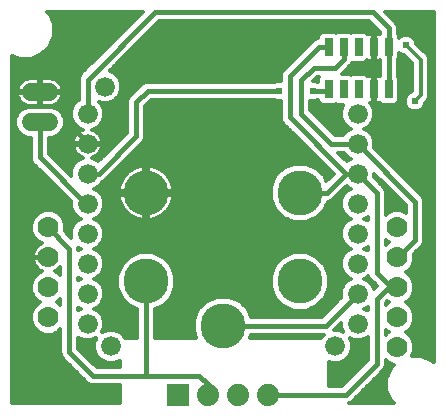
<source format=gbl>
G75*
G70*
%OFA0B0*%
%FSLAX24Y24*%
%IPPOS*%
%LPD*%
%AMOC8*
5,1,8,0,0,1.08239X$1,22.5*
%
%ADD10C,0.0660*%
%ADD11R,0.0260X0.0591*%
%ADD12C,0.0700*%
%ADD13C,0.1502*%
%ADD14R,0.0740X0.0740*%
%ADD15C,0.0740*%
%ADD16C,0.0600*%
%ADD17C,0.0160*%
%ADD18C,0.0120*%
%ADD19C,0.0239*%
D10*
X003125Y003277D03*
X003900Y002522D03*
X003125Y004277D03*
X003125Y005277D03*
X003125Y006277D03*
X003125Y007277D03*
X003125Y008277D03*
X003125Y009277D03*
X003125Y010277D03*
X003703Y011184D03*
X012125Y010277D03*
X012125Y009277D03*
X012125Y008277D03*
X012125Y007277D03*
X012125Y006277D03*
X012125Y005277D03*
X012125Y004277D03*
X012125Y003277D03*
X011380Y002522D03*
D11*
X011156Y011085D03*
X011656Y011085D03*
X012156Y011085D03*
X012656Y011085D03*
X013156Y011085D03*
X013156Y012493D03*
X012656Y012493D03*
X012156Y012493D03*
X011656Y012493D03*
X011156Y012493D03*
D12*
X013447Y006487D03*
X013447Y005491D03*
X013447Y004491D03*
X013447Y003487D03*
X013443Y002487D03*
X001817Y003487D03*
X001817Y004491D03*
X001817Y005487D03*
X001814Y006491D03*
D13*
X005081Y007640D03*
X005081Y004688D03*
X007640Y003211D03*
X010199Y004688D03*
X010199Y007640D03*
D14*
X006125Y000902D03*
D15*
X007125Y000902D03*
X008125Y000902D03*
X009125Y000902D03*
D16*
X001838Y009995D02*
X001238Y009995D01*
X001238Y010995D02*
X001838Y010995D01*
D17*
X001546Y010987D02*
X001538Y010995D01*
X001546Y010987D02*
X002227Y010987D01*
X002424Y010790D01*
X002424Y010003D01*
X003125Y009302D01*
X003125Y009277D01*
X003750Y009277D01*
X004375Y009902D01*
X004375Y011902D01*
X005625Y013152D01*
X012365Y013152D01*
X012375Y013152D01*
X012656Y012871D01*
X012656Y012493D01*
X012656Y011085D01*
X012656Y010695D01*
X013447Y009904D01*
X013447Y009707D01*
X012125Y009277D02*
X012125Y009258D01*
X014038Y007345D01*
X014038Y006066D01*
X013447Y005475D01*
X013447Y005491D01*
X012758Y004983D02*
X012758Y007640D01*
X012125Y008274D01*
X012125Y008277D02*
X011750Y008277D01*
X011113Y007640D01*
X010199Y007640D01*
X011750Y008277D02*
X009875Y010152D01*
X009875Y011527D01*
X010840Y012493D01*
X011156Y012493D01*
X011656Y012493D02*
X011656Y012086D01*
X011384Y011814D01*
X010662Y011814D01*
X010250Y011402D01*
X010250Y010277D01*
X011250Y009277D01*
X012125Y009277D01*
X011098Y011027D02*
X010625Y011027D01*
X011098Y011027D02*
X011156Y011085D01*
X009510Y011027D02*
X005125Y011027D01*
X004750Y010652D01*
X004750Y009527D01*
X003500Y008277D01*
X003125Y008277D01*
X003125Y007277D02*
X003082Y007277D01*
X001538Y008821D01*
X001538Y009995D01*
X003092Y010277D02*
X003125Y010277D01*
X003125Y011402D01*
X005375Y013652D01*
X012625Y013652D01*
X013156Y013121D01*
X013156Y012493D01*
X013156Y011085D01*
X012758Y004983D02*
X013201Y004540D01*
X012758Y004097D01*
X012758Y001932D01*
X011729Y000902D01*
X009125Y000902D01*
X007125Y000902D02*
X007125Y001266D01*
X006853Y001538D01*
X005081Y001538D01*
X005081Y004688D01*
X002522Y005782D02*
X002522Y002325D01*
X003310Y001538D01*
X005081Y001538D01*
X007640Y003211D02*
X011059Y003211D01*
X012125Y004277D01*
X013251Y004491D02*
X013447Y004491D01*
X002522Y005782D02*
X001814Y006491D01*
D18*
X000620Y012216D02*
X000620Y000620D01*
X004195Y000620D01*
X004195Y001238D01*
X003250Y001238D01*
X003140Y001284D01*
X002352Y002071D01*
X002268Y002155D01*
X002222Y002266D01*
X002222Y003085D01*
X002140Y003004D01*
X001931Y002917D01*
X001704Y002917D01*
X001495Y003004D01*
X001334Y003164D01*
X001247Y003373D01*
X001247Y003600D01*
X001334Y003810D01*
X001495Y003970D01*
X001540Y003989D01*
X001495Y004007D01*
X001334Y004168D01*
X001247Y004377D01*
X001247Y004604D01*
X001334Y004814D01*
X001495Y004974D01*
X001608Y005021D01*
X001550Y005051D01*
X001485Y005098D01*
X001428Y005155D01*
X001381Y005219D01*
X001345Y005291D01*
X001320Y005367D01*
X001307Y005447D01*
X001307Y005458D01*
X001789Y005458D01*
X001789Y005515D01*
X001307Y005515D01*
X001307Y005527D01*
X001320Y005606D01*
X001345Y005683D01*
X001381Y005754D01*
X001428Y005819D01*
X001485Y005876D01*
X001550Y005923D01*
X001615Y005956D01*
X001491Y006007D01*
X001330Y006168D01*
X001244Y006377D01*
X001244Y006604D01*
X001330Y006814D01*
X001491Y006974D01*
X001700Y007061D01*
X001927Y007061D01*
X002136Y006974D01*
X002297Y006814D01*
X002384Y006604D01*
X002384Y006377D01*
X002374Y006354D01*
X002584Y006144D01*
X002575Y006168D01*
X002575Y006387D01*
X002658Y006589D01*
X002813Y006743D01*
X002894Y006777D01*
X002813Y006811D01*
X002658Y006966D01*
X002575Y007168D01*
X002575Y007361D01*
X001284Y008651D01*
X001238Y008762D01*
X001238Y009475D01*
X001135Y009475D01*
X000943Y009554D01*
X000797Y009700D01*
X000718Y009891D01*
X000718Y010098D01*
X000797Y010289D01*
X000943Y010435D01*
X001135Y010515D01*
X001941Y010515D01*
X002133Y010435D01*
X002279Y010289D01*
X002358Y010098D01*
X002358Y009891D01*
X002279Y009700D01*
X002133Y009554D01*
X001941Y009475D01*
X001838Y009475D01*
X001838Y008946D01*
X002575Y008209D01*
X002575Y008387D01*
X002658Y008589D01*
X002813Y008743D01*
X002975Y008810D01*
X002936Y008823D01*
X002868Y008858D01*
X002805Y008903D01*
X002751Y008958D01*
X002705Y009020D01*
X002670Y009089D01*
X002647Y009162D01*
X002635Y009237D01*
X003085Y009237D01*
X003085Y009317D01*
X002635Y009317D01*
X002647Y009392D01*
X002670Y009465D01*
X002705Y009534D01*
X002751Y009596D01*
X002805Y009651D01*
X002868Y009696D01*
X002936Y009731D01*
X002975Y009744D01*
X002813Y009811D01*
X002658Y009966D01*
X002575Y010168D01*
X002575Y010387D01*
X002658Y010589D01*
X002813Y010743D01*
X002825Y010748D01*
X002825Y011462D01*
X002870Y011572D01*
X002955Y011656D01*
X002955Y011656D01*
X004975Y013676D01*
X001789Y013676D01*
X001858Y013608D01*
X002003Y013258D01*
X002003Y012879D01*
X001858Y012529D01*
X001590Y012261D01*
X001240Y012117D01*
X000861Y012117D01*
X000620Y012216D01*
X000620Y012208D02*
X000641Y012208D01*
X000620Y012089D02*
X003387Y012089D01*
X003269Y011971D02*
X000620Y011971D01*
X000620Y011852D02*
X003150Y011852D01*
X003032Y011734D02*
X000620Y011734D01*
X000620Y011615D02*
X002913Y011615D01*
X002839Y011497D02*
X000620Y011497D01*
X000620Y011378D02*
X000983Y011378D01*
X000997Y011388D02*
X000938Y011346D01*
X000887Y011294D01*
X000845Y011236D01*
X000812Y011171D01*
X000789Y011102D01*
X000779Y011035D01*
X001498Y011035D01*
X001498Y011455D01*
X001202Y011455D01*
X001130Y011443D01*
X001061Y011421D01*
X000997Y011388D01*
X000862Y011260D02*
X000620Y011260D01*
X000620Y011141D02*
X000802Y011141D01*
X000779Y010955D02*
X000789Y010887D01*
X000812Y010818D01*
X000845Y010754D01*
X000887Y010695D01*
X000938Y010644D01*
X000997Y010601D01*
X001061Y010568D01*
X001130Y010546D01*
X001202Y010535D01*
X001498Y010535D01*
X001498Y010955D01*
X000779Y010955D01*
X000787Y010904D02*
X000620Y010904D01*
X000620Y010786D02*
X000828Y010786D01*
X000915Y010667D02*
X000620Y010667D01*
X000620Y010549D02*
X001122Y010549D01*
X000938Y010430D02*
X000620Y010430D01*
X000620Y010312D02*
X000820Y010312D01*
X000757Y010193D02*
X000620Y010193D01*
X000620Y010075D02*
X000718Y010075D01*
X000718Y009956D02*
X000620Y009956D01*
X000620Y009838D02*
X000740Y009838D01*
X000789Y009719D02*
X000620Y009719D01*
X000620Y009601D02*
X000897Y009601D01*
X001116Y009482D02*
X000620Y009482D01*
X000620Y009364D02*
X001238Y009364D01*
X001238Y009245D02*
X000620Y009245D01*
X000620Y009127D02*
X001238Y009127D01*
X001238Y009008D02*
X000620Y009008D01*
X000620Y008890D02*
X001238Y008890D01*
X001238Y008771D02*
X000620Y008771D01*
X000620Y008653D02*
X001283Y008653D01*
X001401Y008534D02*
X000620Y008534D01*
X000620Y008416D02*
X001519Y008416D01*
X001638Y008297D02*
X000620Y008297D01*
X000620Y008179D02*
X001756Y008179D01*
X001875Y008060D02*
X000620Y008060D01*
X000620Y007942D02*
X001993Y007942D01*
X002112Y007823D02*
X000620Y007823D01*
X000620Y007705D02*
X002230Y007705D01*
X002349Y007586D02*
X000620Y007586D01*
X000620Y007468D02*
X002467Y007468D01*
X002575Y007349D02*
X000620Y007349D01*
X000620Y007231D02*
X002575Y007231D01*
X002598Y007112D02*
X000620Y007112D01*
X000620Y006994D02*
X001538Y006994D01*
X001392Y006875D02*
X000620Y006875D01*
X000620Y006757D02*
X001307Y006757D01*
X001258Y006638D02*
X000620Y006638D01*
X000620Y006520D02*
X001244Y006520D01*
X001244Y006401D02*
X000620Y006401D01*
X000620Y006283D02*
X001283Y006283D01*
X001334Y006164D02*
X000620Y006164D01*
X000620Y006046D02*
X001452Y006046D01*
X001558Y005927D02*
X000620Y005927D01*
X000620Y005809D02*
X001421Y005809D01*
X001349Y005690D02*
X000620Y005690D01*
X000620Y005572D02*
X001315Y005572D01*
X001307Y005453D02*
X000620Y005453D01*
X000620Y005335D02*
X001331Y005335D01*
X001384Y005216D02*
X000620Y005216D01*
X000620Y005098D02*
X001485Y005098D01*
X001507Y004979D02*
X000620Y004979D01*
X000620Y004861D02*
X001381Y004861D01*
X001305Y004742D02*
X000620Y004742D01*
X000620Y004624D02*
X001256Y004624D01*
X001247Y004505D02*
X000620Y004505D01*
X000620Y004387D02*
X001247Y004387D01*
X001293Y004268D02*
X000620Y004268D01*
X000620Y004150D02*
X001352Y004150D01*
X001471Y004031D02*
X000620Y004031D01*
X000620Y003913D02*
X001437Y003913D01*
X001328Y003794D02*
X000620Y003794D01*
X000620Y003676D02*
X001279Y003676D01*
X001247Y003557D02*
X000620Y003557D01*
X000620Y003439D02*
X001247Y003439D01*
X001270Y003320D02*
X000620Y003320D01*
X000620Y003202D02*
X001319Y003202D01*
X001415Y003083D02*
X000620Y003083D01*
X000620Y002965D02*
X001588Y002965D01*
X002046Y002965D02*
X002222Y002965D01*
X002220Y003083D02*
X002222Y003083D01*
X002222Y002846D02*
X000620Y002846D01*
X000620Y002728D02*
X002222Y002728D01*
X002222Y002609D02*
X000620Y002609D01*
X000620Y002491D02*
X002222Y002491D01*
X002222Y002372D02*
X000620Y002372D01*
X000620Y002254D02*
X002227Y002254D01*
X002288Y002135D02*
X000620Y002135D01*
X000620Y002017D02*
X002407Y002017D01*
X002525Y001898D02*
X000620Y001898D01*
X000620Y001780D02*
X002644Y001780D01*
X002762Y001661D02*
X000620Y001661D01*
X000620Y001543D02*
X002881Y001543D01*
X002999Y001424D02*
X000620Y001424D01*
X000620Y001306D02*
X003118Y001306D01*
X003434Y001838D02*
X002822Y002450D01*
X002822Y002807D01*
X003015Y002727D01*
X003234Y002727D01*
X003422Y002805D01*
X003350Y002632D01*
X003350Y002413D01*
X003434Y002211D01*
X003589Y002056D01*
X003791Y001972D01*
X004010Y001972D01*
X004195Y002049D01*
X004195Y001838D01*
X003434Y001838D01*
X003374Y001898D02*
X004195Y001898D01*
X004195Y002017D02*
X004117Y002017D01*
X003683Y002017D02*
X003255Y002017D01*
X003137Y002135D02*
X003509Y002135D01*
X003416Y002254D02*
X003018Y002254D01*
X002900Y002372D02*
X003367Y002372D01*
X003350Y002491D02*
X002822Y002491D01*
X002822Y002609D02*
X003350Y002609D01*
X003390Y002728D02*
X003235Y002728D01*
X003014Y002728D02*
X002822Y002728D01*
X003603Y002994D02*
X003675Y003168D01*
X003675Y003387D01*
X003591Y003589D01*
X003436Y003743D01*
X003355Y003777D01*
X003436Y003811D01*
X003591Y003966D01*
X003675Y004168D01*
X003675Y004387D01*
X004155Y004387D01*
X004110Y004494D02*
X004258Y004137D01*
X004531Y003864D01*
X004781Y003761D01*
X004781Y002817D01*
X004373Y002817D01*
X004366Y002834D01*
X004212Y002988D01*
X004010Y003072D01*
X003791Y003072D01*
X003603Y002994D01*
X003640Y003083D02*
X004781Y003083D01*
X004781Y002965D02*
X004236Y002965D01*
X004354Y002846D02*
X004781Y002846D01*
X004781Y003202D02*
X003675Y003202D01*
X003675Y003320D02*
X004781Y003320D01*
X004781Y003439D02*
X003653Y003439D01*
X003604Y003557D02*
X004781Y003557D01*
X004781Y003676D02*
X003504Y003676D01*
X003396Y003794D02*
X004700Y003794D01*
X004483Y003913D02*
X003538Y003913D01*
X003618Y004031D02*
X004364Y004031D01*
X004253Y004150D02*
X003667Y004150D01*
X003675Y004268D02*
X004204Y004268D01*
X004110Y004494D02*
X004110Y004881D01*
X004258Y005238D01*
X004531Y005511D01*
X004888Y005659D01*
X005274Y005659D01*
X005631Y005511D01*
X005905Y005238D01*
X006052Y004881D01*
X006052Y004494D01*
X005905Y004137D01*
X005631Y003864D01*
X005381Y003761D01*
X005381Y002817D01*
X006752Y002817D01*
X006669Y003018D01*
X006669Y003404D01*
X006817Y003761D01*
X007090Y004035D01*
X007447Y004182D01*
X007833Y004182D01*
X008190Y004035D01*
X008464Y003761D01*
X008567Y003511D01*
X010934Y003511D01*
X011579Y004156D01*
X011575Y004168D01*
X011575Y004387D01*
X011126Y004387D01*
X011171Y004494D02*
X011023Y004137D01*
X010749Y003864D01*
X010393Y003716D01*
X010006Y003716D01*
X009649Y003864D01*
X009376Y004137D01*
X009228Y004494D01*
X009228Y004881D01*
X009376Y005238D01*
X009649Y005511D01*
X010006Y005659D01*
X010393Y005659D01*
X010749Y005511D01*
X011023Y005238D01*
X011171Y004881D01*
X011171Y004494D01*
X011171Y004505D02*
X011624Y004505D01*
X011658Y004589D02*
X011575Y004387D01*
X011575Y004268D02*
X011077Y004268D01*
X011028Y004150D02*
X011573Y004150D01*
X011454Y004031D02*
X010916Y004031D01*
X010798Y003913D02*
X011336Y003913D01*
X011217Y003794D02*
X010580Y003794D01*
X010980Y003557D02*
X008548Y003557D01*
X008499Y003676D02*
X011099Y003676D01*
X011575Y003303D02*
X011575Y003168D01*
X011640Y003010D01*
X011490Y003072D01*
X011344Y003072D01*
X011575Y003303D01*
X011575Y003202D02*
X011473Y003202D01*
X011355Y003083D02*
X011610Y003083D01*
X011865Y002789D02*
X012015Y002727D01*
X012234Y002727D01*
X012436Y002811D01*
X012458Y002833D01*
X012458Y002056D01*
X011605Y001202D01*
X011184Y001202D01*
X011184Y002008D01*
X011271Y001972D01*
X011490Y001972D01*
X011692Y002056D01*
X011847Y002211D01*
X011930Y002413D01*
X011930Y002632D01*
X011865Y002789D01*
X011891Y002728D02*
X012014Y002728D01*
X011930Y002609D02*
X012458Y002609D01*
X012458Y002491D02*
X011930Y002491D01*
X011914Y002372D02*
X012458Y002372D01*
X012458Y002254D02*
X011865Y002254D01*
X011771Y002135D02*
X012458Y002135D01*
X012419Y002017D02*
X011597Y002017D01*
X011184Y001898D02*
X012301Y001898D01*
X012182Y001780D02*
X011184Y001780D01*
X011184Y001661D02*
X012064Y001661D01*
X011945Y001543D02*
X011184Y001543D01*
X011184Y001424D02*
X011827Y001424D01*
X011708Y001306D02*
X011184Y001306D01*
X011832Y000620D02*
X011899Y000648D01*
X012928Y001677D01*
X013013Y001762D01*
X013058Y001872D01*
X013058Y002066D01*
X013121Y002004D01*
X013330Y001917D01*
X013352Y001917D01*
X013234Y001798D01*
X013089Y001448D01*
X013089Y001070D01*
X013234Y000720D01*
X013333Y000620D01*
X011832Y000620D01*
X011964Y000713D02*
X013240Y000713D01*
X013187Y000832D02*
X012083Y000832D01*
X012201Y000950D02*
X013138Y000950D01*
X013089Y001069D02*
X012320Y001069D01*
X012438Y001187D02*
X013089Y001187D01*
X013089Y001306D02*
X012557Y001306D01*
X012675Y001424D02*
X013089Y001424D01*
X013128Y001543D02*
X012794Y001543D01*
X012912Y001661D02*
X013177Y001661D01*
X013226Y001780D02*
X013020Y001780D01*
X013058Y001898D02*
X013334Y001898D01*
X013107Y002017D02*
X013058Y002017D01*
X012458Y002728D02*
X012235Y002728D01*
X013058Y002908D02*
X013058Y003070D01*
X013125Y003004D01*
X013163Y002988D01*
X013121Y002970D01*
X013058Y002908D01*
X013058Y002965D02*
X013115Y002965D01*
X013728Y002986D02*
X013770Y003004D01*
X013931Y003164D01*
X014017Y003373D01*
X014017Y003600D01*
X013931Y003810D01*
X013770Y003970D01*
X013725Y003989D01*
X013770Y004007D01*
X013931Y004168D01*
X014017Y004377D01*
X014017Y004604D01*
X013931Y004814D01*
X013770Y004974D01*
X013730Y004991D01*
X013770Y005007D01*
X013931Y005168D01*
X014017Y005377D01*
X014017Y005604D01*
X014013Y005616D01*
X014292Y005896D01*
X014338Y006006D01*
X014338Y007405D01*
X014292Y007515D01*
X014208Y007599D01*
X012664Y009143D01*
X012675Y009168D01*
X012675Y009387D01*
X012591Y009589D01*
X012436Y009743D01*
X012355Y009777D01*
X012436Y009811D01*
X012591Y009966D01*
X012675Y010168D01*
X012675Y010387D01*
X012591Y010589D01*
X012550Y010630D01*
X012651Y010630D01*
X012651Y011080D01*
X012661Y011080D01*
X012661Y010630D01*
X012807Y010630D01*
X012848Y010641D01*
X012858Y010647D01*
X012935Y010570D01*
X013377Y010570D01*
X013506Y010699D01*
X013506Y011472D01*
X013456Y011522D01*
X013456Y012056D01*
X013506Y012106D01*
X013506Y012318D01*
X013550Y012274D01*
X013675Y012222D01*
X013686Y012222D01*
X013955Y011953D01*
X013955Y011024D01*
X013846Y010979D01*
X013750Y010884D01*
X013699Y010759D01*
X013699Y010624D01*
X013750Y010499D01*
X013846Y010404D01*
X013970Y010352D01*
X014105Y010352D01*
X014230Y010404D01*
X014326Y010499D01*
X014377Y010624D01*
X014377Y010635D01*
X014472Y010730D01*
X014515Y010833D01*
X014515Y012125D01*
X014472Y012228D01*
X014393Y012307D01*
X014082Y012618D01*
X014082Y012629D01*
X014030Y012754D01*
X013935Y012849D01*
X013810Y012901D01*
X013675Y012901D01*
X013550Y012849D01*
X013506Y012805D01*
X013506Y012879D01*
X013456Y012929D01*
X013456Y013180D01*
X013410Y013291D01*
X013326Y013375D01*
X013025Y013676D01*
X014661Y013676D01*
X014661Y001986D01*
X014580Y002066D01*
X014230Y002211D01*
X013946Y002211D01*
X014013Y002373D01*
X014013Y002600D01*
X013927Y002810D01*
X013766Y002970D01*
X013728Y002986D01*
X013772Y002965D02*
X014661Y002965D01*
X014661Y003083D02*
X013850Y003083D01*
X013946Y003202D02*
X014661Y003202D01*
X014661Y003320D02*
X013995Y003320D01*
X014017Y003439D02*
X014661Y003439D01*
X014661Y003557D02*
X014017Y003557D01*
X013986Y003676D02*
X014661Y003676D01*
X014661Y003794D02*
X013937Y003794D01*
X013828Y003913D02*
X014661Y003913D01*
X014661Y004031D02*
X013794Y004031D01*
X013912Y004150D02*
X014661Y004150D01*
X014661Y004268D02*
X013972Y004268D01*
X014017Y004387D02*
X014661Y004387D01*
X014661Y004505D02*
X014017Y004505D01*
X014009Y004624D02*
X014661Y004624D01*
X014661Y004742D02*
X013960Y004742D01*
X013884Y004861D02*
X014661Y004861D01*
X014661Y004979D02*
X013758Y004979D01*
X013860Y005098D02*
X014661Y005098D01*
X014661Y005216D02*
X013951Y005216D01*
X014000Y005335D02*
X014661Y005335D01*
X014661Y005453D02*
X014017Y005453D01*
X014017Y005572D02*
X014661Y005572D01*
X014661Y005690D02*
X014087Y005690D01*
X014205Y005809D02*
X014661Y005809D01*
X014661Y005927D02*
X014305Y005927D01*
X014338Y006046D02*
X014661Y006046D01*
X014661Y006164D02*
X014338Y006164D01*
X014338Y006283D02*
X014661Y006283D01*
X014661Y006401D02*
X014338Y006401D01*
X014338Y006520D02*
X014661Y006520D01*
X014661Y006638D02*
X014338Y006638D01*
X014338Y006757D02*
X014661Y006757D01*
X014661Y006875D02*
X014338Y006875D01*
X014338Y006994D02*
X014661Y006994D01*
X014661Y007112D02*
X014338Y007112D01*
X014338Y007231D02*
X014661Y007231D01*
X014661Y007349D02*
X014338Y007349D01*
X014312Y007468D02*
X014661Y007468D01*
X014661Y007586D02*
X014221Y007586D01*
X014103Y007705D02*
X014661Y007705D01*
X014661Y007823D02*
X013984Y007823D01*
X013866Y007942D02*
X014661Y007942D01*
X014661Y008060D02*
X013747Y008060D01*
X013629Y008179D02*
X014661Y008179D01*
X014661Y008297D02*
X013510Y008297D01*
X013392Y008416D02*
X014661Y008416D01*
X014661Y008534D02*
X013273Y008534D01*
X013155Y008653D02*
X014661Y008653D01*
X014661Y008771D02*
X013036Y008771D01*
X012918Y008890D02*
X014661Y008890D01*
X014661Y009008D02*
X012799Y009008D01*
X012681Y009127D02*
X014661Y009127D01*
X014661Y009245D02*
X012675Y009245D01*
X012675Y009364D02*
X014661Y009364D01*
X014661Y009482D02*
X012635Y009482D01*
X012579Y009601D02*
X014661Y009601D01*
X014661Y009719D02*
X012460Y009719D01*
X012463Y009838D02*
X014661Y009838D01*
X014661Y009956D02*
X012581Y009956D01*
X012636Y010075D02*
X014661Y010075D01*
X014661Y010193D02*
X012675Y010193D01*
X012675Y010312D02*
X014661Y010312D01*
X014661Y010430D02*
X014257Y010430D01*
X014346Y010549D02*
X014661Y010549D01*
X014661Y010667D02*
X014410Y010667D01*
X014495Y010786D02*
X014661Y010786D01*
X014661Y010904D02*
X014515Y010904D01*
X014515Y011023D02*
X014661Y011023D01*
X014661Y011141D02*
X014515Y011141D01*
X014515Y011260D02*
X014661Y011260D01*
X014661Y011378D02*
X014515Y011378D01*
X014515Y011497D02*
X014661Y011497D01*
X014661Y011615D02*
X014515Y011615D01*
X014515Y011734D02*
X014661Y011734D01*
X014661Y011852D02*
X014515Y011852D01*
X014515Y011971D02*
X014661Y011971D01*
X014661Y012089D02*
X014515Y012089D01*
X014481Y012208D02*
X014661Y012208D01*
X014661Y012326D02*
X014374Y012326D01*
X014256Y012445D02*
X014661Y012445D01*
X014661Y012563D02*
X014137Y012563D01*
X014060Y012682D02*
X014661Y012682D01*
X014661Y012800D02*
X013984Y012800D01*
X013743Y012562D02*
X014235Y012069D01*
X014235Y010888D01*
X014038Y010691D01*
X013819Y010430D02*
X012656Y010430D01*
X012607Y010549D02*
X013730Y010549D01*
X013699Y010667D02*
X013474Y010667D01*
X013506Y010786D02*
X013710Y010786D01*
X013771Y010904D02*
X013506Y010904D01*
X013506Y011023D02*
X013951Y011023D01*
X013955Y011141D02*
X013506Y011141D01*
X013506Y011260D02*
X013955Y011260D01*
X013955Y011378D02*
X013506Y011378D01*
X013481Y011497D02*
X013955Y011497D01*
X013955Y011615D02*
X013456Y011615D01*
X013456Y011734D02*
X013955Y011734D01*
X013955Y011852D02*
X013456Y011852D01*
X013456Y011971D02*
X013938Y011971D01*
X013819Y012089D02*
X013489Y012089D01*
X013506Y012208D02*
X013701Y012208D01*
X013466Y012919D02*
X014661Y012919D01*
X014661Y013037D02*
X013456Y013037D01*
X013456Y013156D02*
X014661Y013156D01*
X014661Y013274D02*
X013417Y013274D01*
X013308Y013393D02*
X014661Y013393D01*
X014661Y013511D02*
X013190Y013511D01*
X013071Y013630D02*
X014661Y013630D01*
X012856Y012996D02*
X012856Y012932D01*
X012848Y012937D01*
X012807Y012948D01*
X012661Y012948D01*
X012661Y012498D01*
X012651Y012498D01*
X012651Y012948D01*
X012505Y012948D01*
X012464Y012937D01*
X012454Y012931D01*
X012377Y013008D01*
X011935Y013008D01*
X011906Y012979D01*
X011877Y013008D01*
X011435Y013008D01*
X011406Y012979D01*
X011377Y013008D01*
X010935Y013008D01*
X010806Y012879D01*
X010806Y012793D01*
X010780Y012793D01*
X010670Y012747D01*
X009705Y011781D01*
X009620Y011697D01*
X009575Y011587D01*
X009575Y011366D01*
X009443Y011366D01*
X009348Y011327D01*
X005065Y011327D01*
X004955Y011281D01*
X004870Y011197D01*
X004495Y010822D01*
X004450Y010712D01*
X004450Y009651D01*
X003489Y008691D01*
X003436Y008743D01*
X003274Y008810D01*
X003313Y008823D01*
X003381Y008858D01*
X003444Y008903D01*
X003498Y008958D01*
X003544Y009020D01*
X003579Y009089D01*
X003603Y009162D01*
X003614Y009237D01*
X003165Y009237D01*
X003165Y009317D01*
X003614Y009317D01*
X003603Y009392D01*
X003579Y009465D01*
X003544Y009534D01*
X003498Y009596D01*
X003444Y009651D01*
X003381Y009696D01*
X003313Y009731D01*
X003274Y009744D01*
X003436Y009811D01*
X003591Y009966D01*
X003675Y010168D01*
X003675Y010387D01*
X003591Y010589D01*
X003512Y010668D01*
X003594Y010634D01*
X003813Y010634D01*
X004015Y010717D01*
X004170Y010872D01*
X004253Y011074D01*
X004253Y011293D01*
X004170Y011495D01*
X004015Y011650D01*
X003861Y011714D01*
X005499Y013352D01*
X012500Y013352D01*
X012856Y012996D01*
X012815Y013037D02*
X005184Y013037D01*
X005065Y012919D02*
X010846Y012919D01*
X010806Y012800D02*
X004947Y012800D01*
X004828Y012682D02*
X010605Y012682D01*
X010486Y012563D02*
X004710Y012563D01*
X004591Y012445D02*
X010368Y012445D01*
X010249Y012326D02*
X004473Y012326D01*
X004354Y012208D02*
X010131Y012208D01*
X010012Y012089D02*
X004236Y012089D01*
X004117Y011971D02*
X009894Y011971D01*
X009775Y011852D02*
X003999Y011852D01*
X003880Y011734D02*
X009657Y011734D01*
X009586Y011615D02*
X004050Y011615D01*
X004168Y011497D02*
X009575Y011497D01*
X009575Y011378D02*
X004218Y011378D01*
X004253Y011260D02*
X004933Y011260D01*
X004814Y011141D02*
X004253Y011141D01*
X004232Y011023D02*
X004696Y011023D01*
X004577Y010904D02*
X004183Y010904D01*
X004083Y010786D02*
X004480Y010786D01*
X004450Y010667D02*
X003894Y010667D01*
X003607Y010549D02*
X004450Y010549D01*
X004450Y010430D02*
X003656Y010430D01*
X003675Y010312D02*
X004450Y010312D01*
X004450Y010193D02*
X003675Y010193D01*
X003636Y010075D02*
X004450Y010075D01*
X004450Y009956D02*
X003581Y009956D01*
X003463Y009838D02*
X004450Y009838D01*
X004450Y009719D02*
X003336Y009719D01*
X003494Y009601D02*
X004399Y009601D01*
X004280Y009482D02*
X003570Y009482D01*
X003607Y009364D02*
X004162Y009364D01*
X004043Y009245D02*
X003165Y009245D01*
X003085Y009245D02*
X001838Y009245D01*
X001838Y009127D02*
X002658Y009127D01*
X002714Y009008D02*
X001838Y009008D01*
X001894Y008890D02*
X002824Y008890D01*
X002880Y008771D02*
X002012Y008771D01*
X002131Y008653D02*
X002722Y008653D01*
X002636Y008534D02*
X002249Y008534D01*
X002368Y008416D02*
X002587Y008416D01*
X002575Y008297D02*
X002486Y008297D01*
X003369Y008771D02*
X003569Y008771D01*
X003688Y008890D02*
X003425Y008890D01*
X003535Y009008D02*
X003806Y009008D01*
X003925Y009127D02*
X003591Y009127D01*
X004181Y008534D02*
X004897Y008534D01*
X004903Y008536D02*
X004788Y008505D01*
X004677Y008459D01*
X004574Y008400D01*
X004479Y008327D01*
X004395Y008242D01*
X004322Y008148D01*
X004262Y008044D01*
X004217Y007934D01*
X004186Y007818D01*
X004170Y007700D01*
X005021Y007700D01*
X005021Y007580D01*
X005141Y007580D01*
X005141Y006729D01*
X005259Y006745D01*
X005375Y006776D01*
X005485Y006821D01*
X005589Y006881D01*
X005683Y006954D01*
X005768Y007038D01*
X005841Y007133D01*
X005900Y007236D01*
X005946Y007347D01*
X005977Y007462D01*
X005992Y007580D01*
X005141Y007580D01*
X005141Y007700D01*
X005992Y007700D01*
X005977Y007818D01*
X005946Y007934D01*
X005900Y008044D01*
X005841Y008148D01*
X005768Y008242D01*
X005683Y008327D01*
X005589Y008400D01*
X005485Y008459D01*
X005375Y008505D01*
X005259Y008536D01*
X005141Y008551D01*
X005141Y007700D01*
X005021Y007700D01*
X005021Y008551D01*
X004903Y008536D01*
X005021Y008534D02*
X005141Y008534D01*
X005141Y008416D02*
X005021Y008416D01*
X005021Y008297D02*
X005141Y008297D01*
X005141Y008179D02*
X005021Y008179D01*
X005021Y008060D02*
X005141Y008060D01*
X005141Y007942D02*
X005021Y007942D01*
X005021Y007823D02*
X005141Y007823D01*
X005141Y007705D02*
X005021Y007705D01*
X005021Y007586D02*
X003592Y007586D01*
X003591Y007589D02*
X003436Y007743D01*
X003355Y007777D01*
X003436Y007811D01*
X003591Y007966D01*
X003603Y007995D01*
X003670Y008023D01*
X004920Y009273D01*
X005004Y009357D01*
X005050Y009467D01*
X005050Y010528D01*
X005249Y010727D01*
X009348Y010727D01*
X009443Y010688D01*
X009575Y010688D01*
X009575Y010092D01*
X009620Y009982D01*
X011325Y008277D01*
X011086Y008038D01*
X011023Y008190D01*
X010749Y008464D01*
X010393Y008611D01*
X010006Y008611D01*
X009649Y008464D01*
X009376Y008190D01*
X009228Y007833D01*
X009228Y007447D01*
X009376Y007090D01*
X009649Y006817D01*
X010006Y006669D01*
X010393Y006669D01*
X010749Y006817D01*
X011023Y007090D01*
X011126Y007340D01*
X011172Y007340D01*
X011283Y007386D01*
X011760Y007864D01*
X011813Y007811D01*
X011894Y007777D01*
X011813Y007743D01*
X011658Y007589D01*
X011575Y007387D01*
X011575Y007168D01*
X011658Y006966D01*
X011813Y006811D01*
X011894Y006777D01*
X011813Y006743D01*
X011658Y006589D01*
X011575Y006387D01*
X011575Y006168D01*
X011658Y005966D01*
X011813Y005811D01*
X011894Y005777D01*
X011813Y005743D01*
X011658Y005589D01*
X011575Y005387D01*
X011575Y005168D01*
X011658Y004966D01*
X011813Y004811D01*
X011894Y004777D01*
X011813Y004743D01*
X011658Y004589D01*
X011693Y004624D02*
X011171Y004624D01*
X011171Y004742D02*
X011812Y004742D01*
X011763Y004861D02*
X011171Y004861D01*
X011130Y004979D02*
X011653Y004979D01*
X011604Y005098D02*
X011081Y005098D01*
X011032Y005216D02*
X011575Y005216D01*
X011575Y005335D02*
X010926Y005335D01*
X010807Y005453D02*
X011602Y005453D01*
X011651Y005572D02*
X010603Y005572D01*
X009796Y005572D02*
X005485Y005572D01*
X005689Y005453D02*
X009592Y005453D01*
X009473Y005335D02*
X005808Y005335D01*
X005914Y005216D02*
X009367Y005216D01*
X009318Y005098D02*
X005963Y005098D01*
X006012Y004979D02*
X009269Y004979D01*
X009228Y004861D02*
X006052Y004861D01*
X006052Y004742D02*
X009228Y004742D01*
X009228Y004624D02*
X006052Y004624D01*
X006052Y004505D02*
X009228Y004505D01*
X009273Y004387D02*
X006008Y004387D01*
X005959Y004268D02*
X009322Y004268D01*
X009371Y004150D02*
X007912Y004150D01*
X008194Y004031D02*
X009482Y004031D01*
X009601Y003913D02*
X008312Y003913D01*
X008431Y003794D02*
X009818Y003794D01*
X010914Y002834D02*
X010907Y002817D01*
X008528Y002817D01*
X008567Y002911D01*
X010992Y002911D01*
X010914Y002834D01*
X010927Y002846D02*
X008540Y002846D01*
X007368Y004150D02*
X005910Y004150D01*
X005798Y004031D02*
X007087Y004031D01*
X006968Y003913D02*
X005680Y003913D01*
X005462Y003794D02*
X006850Y003794D01*
X006782Y003676D02*
X005381Y003676D01*
X005381Y003557D02*
X006732Y003557D01*
X006683Y003439D02*
X005381Y003439D01*
X005381Y003320D02*
X006669Y003320D01*
X006669Y003202D02*
X005381Y003202D01*
X005381Y003083D02*
X006669Y003083D01*
X006691Y002965D02*
X005381Y002965D01*
X005381Y002846D02*
X006740Y002846D01*
X004249Y005216D02*
X003675Y005216D01*
X003675Y005168D02*
X003675Y005387D01*
X003591Y005589D01*
X003436Y005743D01*
X003355Y005777D01*
X003436Y005811D01*
X003591Y005966D01*
X003675Y006168D01*
X003675Y006387D01*
X003591Y006589D01*
X003436Y006743D01*
X003355Y006777D01*
X003436Y006811D01*
X003591Y006966D01*
X003675Y007168D01*
X003675Y007387D01*
X003591Y007589D01*
X003641Y007468D02*
X004185Y007468D01*
X004186Y007462D02*
X004217Y007347D01*
X004262Y007236D01*
X004322Y007133D01*
X004395Y007038D01*
X004479Y006954D01*
X004574Y006881D01*
X004677Y006821D01*
X004788Y006776D01*
X004903Y006745D01*
X005021Y006729D01*
X005021Y007580D01*
X004170Y007580D01*
X004186Y007462D01*
X004216Y007349D02*
X003675Y007349D01*
X003675Y007231D02*
X004266Y007231D01*
X004338Y007112D02*
X003652Y007112D01*
X003602Y006994D02*
X004439Y006994D01*
X004584Y006875D02*
X003500Y006875D01*
X003404Y006757D02*
X004859Y006757D01*
X005021Y006757D02*
X005141Y006757D01*
X005141Y006875D02*
X005021Y006875D01*
X005021Y006994D02*
X005141Y006994D01*
X005141Y007112D02*
X005021Y007112D01*
X005021Y007231D02*
X005141Y007231D01*
X005141Y007349D02*
X005021Y007349D01*
X005021Y007468D02*
X005141Y007468D01*
X005141Y007586D02*
X009228Y007586D01*
X009228Y007468D02*
X005978Y007468D01*
X005947Y007349D02*
X009269Y007349D01*
X009318Y007231D02*
X005897Y007231D01*
X005825Y007112D02*
X009367Y007112D01*
X009473Y006994D02*
X005723Y006994D01*
X005578Y006875D02*
X009591Y006875D01*
X009795Y006757D02*
X005304Y006757D01*
X005992Y007705D02*
X009228Y007705D01*
X009228Y007823D02*
X005976Y007823D01*
X005943Y007942D02*
X009273Y007942D01*
X009322Y008060D02*
X005891Y008060D01*
X005817Y008179D02*
X009371Y008179D01*
X009483Y008297D02*
X005713Y008297D01*
X005561Y008416D02*
X009601Y008416D01*
X009820Y008534D02*
X005266Y008534D01*
X004602Y008416D02*
X004062Y008416D01*
X003944Y008297D02*
X004450Y008297D01*
X004346Y008179D02*
X003825Y008179D01*
X003707Y008060D02*
X004272Y008060D01*
X004220Y007942D02*
X003567Y007942D01*
X003448Y007823D02*
X004187Y007823D01*
X004171Y007705D02*
X003475Y007705D01*
X002647Y006994D02*
X002089Y006994D01*
X002235Y006875D02*
X002749Y006875D01*
X002845Y006757D02*
X002320Y006757D01*
X002369Y006638D02*
X002708Y006638D01*
X002630Y006520D02*
X002384Y006520D01*
X002384Y006401D02*
X002581Y006401D01*
X002575Y006283D02*
X002446Y006283D01*
X002564Y006164D02*
X002576Y006164D01*
X002822Y005807D02*
X002894Y005777D01*
X002822Y005747D01*
X002822Y005807D01*
X003431Y005809D02*
X011818Y005809D01*
X011760Y005690D02*
X003489Y005690D01*
X003598Y005572D02*
X004678Y005572D01*
X004473Y005453D02*
X003647Y005453D01*
X003675Y005335D02*
X004355Y005335D01*
X004200Y005098D02*
X003646Y005098D01*
X003675Y005168D02*
X003591Y004966D01*
X003436Y004811D01*
X003355Y004777D01*
X003436Y004743D01*
X003591Y004589D01*
X003675Y004387D01*
X003625Y004505D02*
X004110Y004505D01*
X004110Y004624D02*
X003556Y004624D01*
X003437Y004742D02*
X004110Y004742D01*
X004110Y004861D02*
X003486Y004861D01*
X003596Y004979D02*
X004151Y004979D01*
X003552Y005927D02*
X011697Y005927D01*
X011625Y006046D02*
X003624Y006046D01*
X003673Y006164D02*
X011576Y006164D01*
X011575Y006283D02*
X003675Y006283D01*
X003669Y006401D02*
X011581Y006401D01*
X011630Y006520D02*
X003619Y006520D01*
X003541Y006638D02*
X011708Y006638D01*
X011845Y006757D02*
X010604Y006757D01*
X010808Y006875D02*
X011749Y006875D01*
X011647Y006994D02*
X010926Y006994D01*
X011032Y007112D02*
X011598Y007112D01*
X011575Y007231D02*
X011081Y007231D01*
X011194Y007349D02*
X011575Y007349D01*
X011608Y007468D02*
X011364Y007468D01*
X011483Y007586D02*
X011657Y007586D01*
X011601Y007705D02*
X011774Y007705D01*
X011801Y007823D02*
X011720Y007823D01*
X012125Y008274D02*
X012125Y008277D01*
X011894Y008777D02*
X011813Y008743D01*
X011760Y008691D01*
X011474Y008977D01*
X011654Y008977D01*
X011658Y008966D01*
X011813Y008811D01*
X011894Y008777D01*
X011880Y008771D02*
X011680Y008771D01*
X011734Y008890D02*
X011561Y008890D01*
X011187Y008416D02*
X010797Y008416D01*
X010916Y008297D02*
X011305Y008297D01*
X011227Y008179D02*
X011028Y008179D01*
X011077Y008060D02*
X011108Y008060D01*
X011068Y008534D02*
X010579Y008534D01*
X010831Y008771D02*
X004418Y008771D01*
X004299Y008653D02*
X010950Y008653D01*
X010713Y008890D02*
X004536Y008890D01*
X004655Y009008D02*
X010594Y009008D01*
X010476Y009127D02*
X004773Y009127D01*
X004892Y009245D02*
X010357Y009245D01*
X010239Y009364D02*
X005007Y009364D01*
X005050Y009482D02*
X010120Y009482D01*
X010002Y009601D02*
X005050Y009601D01*
X005050Y009719D02*
X009883Y009719D01*
X009765Y009838D02*
X005050Y009838D01*
X005050Y009956D02*
X009646Y009956D01*
X009582Y010075D02*
X005050Y010075D01*
X005050Y010193D02*
X009575Y010193D01*
X009575Y010312D02*
X005050Y010312D01*
X005050Y010430D02*
X009575Y010430D01*
X009575Y010549D02*
X005070Y010549D01*
X005189Y010667D02*
X009575Y010667D01*
X010550Y010667D02*
X010838Y010667D01*
X010806Y010699D02*
X010935Y010570D01*
X011377Y010570D01*
X011406Y010599D01*
X011435Y010570D01*
X011651Y010570D01*
X011575Y010387D01*
X011575Y010168D01*
X011658Y009966D01*
X011813Y009811D01*
X011894Y009777D01*
X011813Y009743D01*
X011658Y009589D01*
X011654Y009577D01*
X011374Y009577D01*
X010550Y010401D01*
X010550Y010691D01*
X010557Y010688D01*
X010692Y010688D01*
X010787Y010727D01*
X010806Y010727D01*
X010806Y010699D01*
X010550Y010549D02*
X011642Y010549D01*
X011593Y010430D02*
X010550Y010430D01*
X010639Y010312D02*
X011575Y010312D01*
X011575Y010193D02*
X010758Y010193D01*
X010876Y010075D02*
X011613Y010075D01*
X011668Y009956D02*
X010995Y009956D01*
X011113Y009838D02*
X011786Y009838D01*
X011789Y009719D02*
X011232Y009719D01*
X011350Y009601D02*
X011670Y009601D01*
X012651Y010667D02*
X012661Y010667D01*
X012651Y010786D02*
X012661Y010786D01*
X012651Y010904D02*
X012661Y010904D01*
X012651Y011023D02*
X012661Y011023D01*
X012661Y011090D02*
X012651Y011090D01*
X012651Y011540D01*
X012505Y011540D01*
X012464Y011530D01*
X012454Y011524D01*
X012377Y011600D01*
X011935Y011600D01*
X011906Y011572D01*
X011877Y011600D01*
X011595Y011600D01*
X011639Y011644D01*
X011910Y011916D01*
X011936Y011977D01*
X012377Y011977D01*
X012454Y012054D01*
X012464Y012048D01*
X012505Y012037D01*
X012651Y012037D01*
X012651Y012488D01*
X012661Y012488D01*
X012661Y012037D01*
X012807Y012037D01*
X012848Y012048D01*
X012856Y012053D01*
X012856Y011525D01*
X012848Y011530D01*
X012807Y011540D01*
X012661Y011540D01*
X012661Y011090D01*
X012651Y011141D02*
X012661Y011141D01*
X012651Y011260D02*
X012661Y011260D01*
X012651Y011378D02*
X012661Y011378D01*
X012651Y011497D02*
X012661Y011497D01*
X012856Y011615D02*
X011609Y011615D01*
X011639Y011644D02*
X011639Y011644D01*
X011728Y011734D02*
X012856Y011734D01*
X012856Y011852D02*
X011846Y011852D01*
X011933Y011971D02*
X012856Y011971D01*
X012661Y012089D02*
X012651Y012089D01*
X012651Y012208D02*
X012661Y012208D01*
X012651Y012326D02*
X012661Y012326D01*
X012651Y012445D02*
X012661Y012445D01*
X012651Y012563D02*
X012661Y012563D01*
X012651Y012682D02*
X012661Y012682D01*
X012651Y012800D02*
X012661Y012800D01*
X012656Y012871D02*
X012646Y012871D01*
X012365Y013152D01*
X012578Y013274D02*
X005421Y013274D01*
X005302Y013156D02*
X012697Y013156D01*
X012661Y012919D02*
X012651Y012919D01*
X010849Y011514D02*
X010786Y011514D01*
X010638Y011366D01*
X010692Y011366D01*
X010787Y011327D01*
X010806Y011327D01*
X010806Y011472D01*
X010849Y011514D01*
X010831Y011497D02*
X010768Y011497D01*
X010806Y011378D02*
X010650Y011378D01*
X012675Y008284D02*
X013738Y007221D01*
X013738Y006983D01*
X013561Y007057D01*
X013334Y007057D01*
X013125Y006970D01*
X013058Y006904D01*
X013058Y007700D01*
X013013Y007810D01*
X012928Y007895D01*
X012669Y008154D01*
X012675Y008168D01*
X012675Y008284D01*
X012675Y008179D02*
X012780Y008179D01*
X012763Y008060D02*
X012899Y008060D01*
X012881Y007942D02*
X013017Y007942D01*
X013000Y007823D02*
X013136Y007823D01*
X013056Y007705D02*
X013254Y007705D01*
X013373Y007586D02*
X013058Y007586D01*
X013058Y007468D02*
X013491Y007468D01*
X013610Y007349D02*
X013058Y007349D01*
X013058Y007231D02*
X013728Y007231D01*
X013738Y007112D02*
X013058Y007112D01*
X013058Y006994D02*
X013182Y006994D01*
X013713Y006994D02*
X013738Y006994D01*
X013058Y006070D02*
X013125Y006004D01*
X013160Y005989D01*
X013125Y005974D01*
X013058Y005908D01*
X013058Y006070D01*
X013058Y006046D02*
X013082Y006046D01*
X013078Y005927D02*
X013058Y005927D01*
X012458Y005833D02*
X012458Y005721D01*
X012436Y005743D01*
X012355Y005777D01*
X012436Y005811D01*
X012458Y005833D01*
X012458Y005809D02*
X012431Y005809D01*
X012458Y006721D02*
X012436Y006743D01*
X012355Y006777D01*
X012436Y006811D01*
X012458Y006833D01*
X012458Y006721D01*
X012458Y006757D02*
X012404Y006757D01*
X012485Y004860D02*
X012504Y004813D01*
X012588Y004729D01*
X012777Y004540D01*
X012660Y004423D01*
X012591Y004589D01*
X012436Y004743D01*
X012355Y004777D01*
X012436Y004811D01*
X012485Y004860D01*
X012437Y004742D02*
X012575Y004742D01*
X012556Y004624D02*
X012693Y004624D01*
X012742Y004505D02*
X012625Y004505D01*
X013109Y004023D02*
X013125Y004007D01*
X013170Y003989D01*
X013125Y003970D01*
X013058Y003904D01*
X013058Y003973D01*
X013109Y004023D01*
X013067Y003913D02*
X013058Y003913D01*
X012458Y003833D02*
X012458Y003721D01*
X012436Y003743D01*
X012355Y003777D01*
X012436Y003811D01*
X012458Y003833D01*
X012458Y003794D02*
X012396Y003794D01*
X013201Y004540D02*
X013251Y004491D01*
X013890Y002846D02*
X014661Y002846D01*
X014661Y002728D02*
X013961Y002728D01*
X014010Y002609D02*
X014661Y002609D01*
X014661Y002491D02*
X014013Y002491D01*
X014013Y002372D02*
X014661Y002372D01*
X014661Y002254D02*
X013964Y002254D01*
X014414Y002135D02*
X014661Y002135D01*
X014661Y002017D02*
X014630Y002017D01*
X004195Y001187D02*
X000620Y001187D01*
X000620Y001069D02*
X004195Y001069D01*
X004195Y000950D02*
X000620Y000950D01*
X000620Y000832D02*
X004195Y000832D01*
X004195Y000713D02*
X000620Y000713D01*
X002822Y003747D02*
X002822Y003807D01*
X002894Y003777D01*
X002822Y003747D01*
X002822Y003794D02*
X002853Y003794D01*
X002222Y003888D02*
X002140Y003970D01*
X002095Y003989D01*
X002140Y004007D01*
X002222Y004089D01*
X002222Y003888D01*
X002222Y003913D02*
X002198Y003913D01*
X002222Y004031D02*
X002164Y004031D01*
X002822Y004747D02*
X002822Y004807D01*
X002894Y004777D01*
X002822Y004747D01*
X002222Y004892D02*
X002140Y004974D01*
X002027Y005021D01*
X002085Y005051D01*
X002150Y005098D01*
X002206Y005155D01*
X002222Y005176D01*
X002222Y004892D01*
X002222Y004979D02*
X002128Y004979D01*
X002150Y005098D02*
X002222Y005098D01*
X001838Y009364D02*
X002642Y009364D01*
X002679Y009482D02*
X001960Y009482D01*
X002179Y009601D02*
X002755Y009601D01*
X002913Y009719D02*
X002287Y009719D01*
X002336Y009838D02*
X002786Y009838D01*
X002668Y009956D02*
X002358Y009956D01*
X002358Y010075D02*
X002613Y010075D01*
X002575Y010193D02*
X002319Y010193D01*
X002256Y010312D02*
X002575Y010312D01*
X002593Y010430D02*
X002138Y010430D01*
X002079Y010601D02*
X002015Y010568D01*
X001946Y010546D01*
X001874Y010535D01*
X001578Y010535D01*
X001578Y010955D01*
X001578Y011035D01*
X001498Y011035D01*
X001498Y010955D01*
X001578Y010955D01*
X002297Y010955D01*
X002287Y010887D01*
X002264Y010818D01*
X002231Y010754D01*
X002189Y010695D01*
X002138Y010644D01*
X002079Y010601D01*
X002161Y010667D02*
X002737Y010667D01*
X002825Y010786D02*
X002248Y010786D01*
X002289Y010904D02*
X002825Y010904D01*
X002825Y011023D02*
X001578Y011023D01*
X001578Y011035D02*
X002297Y011035D01*
X002287Y011102D01*
X002264Y011171D01*
X002231Y011236D01*
X002189Y011294D01*
X002138Y011346D01*
X002079Y011388D01*
X002015Y011421D01*
X001946Y011443D01*
X001874Y011455D01*
X001578Y011455D01*
X001578Y011035D01*
X001498Y011023D02*
X000620Y011023D01*
X001498Y011141D02*
X001578Y011141D01*
X001578Y011260D02*
X001498Y011260D01*
X001498Y011378D02*
X001578Y011378D01*
X001578Y010904D02*
X001498Y010904D01*
X001498Y010786D02*
X001578Y010786D01*
X001578Y010667D02*
X001498Y010667D01*
X001498Y010549D02*
X001578Y010549D01*
X001954Y010549D02*
X002642Y010549D01*
X002825Y011141D02*
X002274Y011141D01*
X002214Y011260D02*
X002825Y011260D01*
X002825Y011378D02*
X002093Y011378D01*
X001460Y012208D02*
X003506Y012208D01*
X003624Y012326D02*
X001655Y012326D01*
X001773Y012445D02*
X003743Y012445D01*
X003861Y012563D02*
X001872Y012563D01*
X001921Y012682D02*
X003980Y012682D01*
X004098Y012800D02*
X001970Y012800D01*
X002003Y012919D02*
X004217Y012919D01*
X004335Y013037D02*
X002003Y013037D01*
X002003Y013156D02*
X004454Y013156D01*
X004572Y013274D02*
X001996Y013274D01*
X001947Y013393D02*
X004691Y013393D01*
X004809Y013511D02*
X001898Y013511D01*
X001836Y013630D02*
X004928Y013630D01*
X003512Y010667D02*
X003513Y010667D01*
D19*
X009510Y011027D03*
X010625Y011027D03*
X012365Y013152D03*
X013743Y012562D03*
X014038Y010691D03*
X013447Y009707D03*
M02*

</source>
